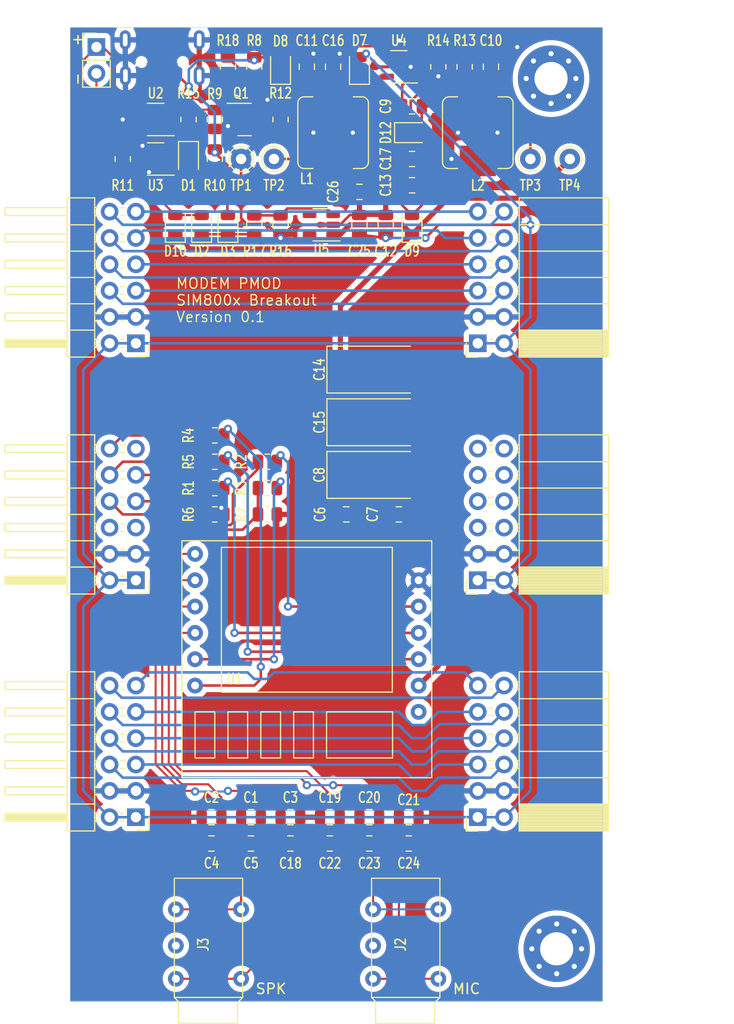
<source format=kicad_pcb>
(kicad_pcb (version 20221018) (generator pcbnew)
  (layers (0 "F.Cu" signal) (31 "B.Cu" signal) (34 "B.Paste" user) (35 "F.Paste" user) (36 "B.SilkS" user "B.Silkscreen") (37 "F.SilkS" user "F.Silkscreen") (38 "B.Mask" user) (39 "F.Mask" user) (44 "Edge.Cuts" user))
  (net 0 "")
  (net 1 "GND")
  (net 2 "PMOD_UART_GPIO4")
  (net 3 "SPK+")
  (net 4 "SPK-")
  (net 5 "MIC+")
  (net 6 "MIC-")
  (net 8 "Net-(U4-SW)")
  (net 9 "VCC")
  (net 10 "PMOD_I2C_SDA")
  (net 11 "PMOD_I2C_GPIO4")
  (net 12 "PMOD_I2C_SCL")
  (net 13 "PMOD_I2C_GPIO3")
  (net 14 "PMOD_I2C_RESET")
  (net 15 "PMOD_I2C_GPIO2")
  (net 16 "PMOD_I2C_INT")
  (net 17 "PMOD_I2C_GPIO1")
  (net 18 "PMOD_SPI_SCK")
  (net 19 "PMOD_SPI_GPIO4_CS3")
  (net 20 "PMOD_SPI_MISO")
  (net 21 "PMOD_SPI_GPIO3_CS2")
  (net 22 "PMOD_SPI_MOSI")
  (net 23 "PMOD_SPI_GPIO2_RESET")
  (net 24 "PMOD_SPI_CS")
  (net 25 "PMOD_SPI_GPIO1_INT")
  (net 26 "PMOD_UART_RTS")
  (net 27 "PMOD_UART_CTS")
  (net 29 "MOD_ANT")
  (net 30 "MCU_RXD")
  (net 31 "MCU_DTR")
  (net 32 "MCU_TXD")
  (net 33 "MCU_nRST")
  (net 34 "MCU_RING")
  (net 35 "MOD_RXD")
  (net 36 "MOD_TXD")
  (net 37 "MOD_DTR")
  (net 38 "MOD_RING")
  (net 39 "MOD_nRST")
  (net 48 "VMODEM")
  (net 49 "Net-(D12-A)")
  (net 50 "Net-(U4-FB)")
  (net 51 "DCDC_OUT")
  (net 52 "DCDC_IN")
  (net 53 "BAT+")
  (net 57 "Net-(Q1-D)")
  (net 58 "VBUS")
  (net 59 "Net-(D1-K)")
  (net 60 "Net-(D1-A)")
  (net 61 "BAT-")
  (net 62 "Net-(U2-PROG)")
  (net 63 "Net-(U3-VDD)")
  (net 64 "ENABLE_LDO")
  (net 65 "Net-(U5-EN)")
  (net 67 "Net-(U4-EN)")
  (footprint "Connector_PinSocket_2.54mm:PinSocket_2x06_P2.54mm_Horizontal" (layer "F.Cu") (at 111.76 68.58 180)
    (fp_text reference "PMOD4" hide)
    (fp_text value "Conn_02x06_Odd_Even")
  )
  (footprint "Package_TO_SOT_SMD:TSOT-23-5" (layer "F.Cu") (at 80.645 46.99 180)
    (fp_text reference "U2")
    (fp_text value "LTC4054ES5-4.2")
  )
  (footprint "Connector_PinHeader_2.54mm:PinHeader_2x06_P2.54mm_Horizontal" (layer "F.Cu") (at 78.74 114.3 180)
    (fp_text reference "PMOD3" hide)
    (fp_text value "Conn_02x06_Odd_Even")
  )
  (footprint "Inductor_SMD:L_Bourns_SRP7028A_7.3x6.6mm" (layer "F.Cu") (at 111.76 48.26 -90)
    (fp_text reference "L2")
    (fp_text value "6u8")
  )
  (footprint "Resistor_SMD:R_0805_2012Metric" (layer "F.Cu") (at 90.17 41.91 -90)
    (fp_text reference "R8")
    (fp_text value "10K")
  )
  (footprint "Connector_PinHeader_2.54mm:PinHeader_2x06_P2.54mm_Horizontal" (layer "F.Cu") (at 78.74 91.44 180)
    (fp_text reference "PMOD2" hide)
    (fp_text value "Conn_02x06_Odd_Even")
  )
  (footprint "Connector_PinHeader_2.54mm:PinHeader_2x06_P2.54mm_Horizontal" (layer "F.Cu") (at 78.74 68.58 180)
    (fp_text reference "PMOD1" hide)
    (fp_text value "Conn_02x06_Odd_Even")
  )
  (footprint "Capacitor_SMD:C_0805_2012Metric" (layer "F.Cu") (at 105.41 45.72)
    (fp_text reference "C9")
    (fp_text value "2u2")
  )
  (footprint "TestPoint:TestPoint_THTPad_D2.0mm_Drill1.0mm" (layer "F.Cu") (at 116.84 50.8)
    (fp_text reference "TP3")
    (fp_text value "TestPoint")
  )
  (footprint "Diode_SMD:D_0805_2012Metric" (layer "F.Cu") (at 82.55 57.15 90)
    (fp_text reference "D10")
    (fp_text value "D_Schottky")
  )
  (footprint "Capacitor_SMD:C_0805_2012Metric" (layer "F.Cu") (at 86.045 116.84)
    (fp_text reference "C4")
    (fp_text value "33 pF")
  )
  (footprint "Package_TO_SOT_SMD:SOT-23-3" (layer "F.Cu") (at 80.645 50.8 180)
    (fp_text reference "U3")
    (fp_text value "XB330xS")
  )
  (footprint "Capacitor_SMD:C_0805_2012Metric" (layer "F.Cu") (at 102.87 57.15 -90)
    (fp_text reference "C12")
    (fp_text value "10u")
  )
  (footprint "Resistor_SMD:R_0805_2012Metric" (layer "F.Cu") (at 110.49 41.91 90)
    (fp_text reference "R13")
    (fp_text value "56K")
  )
  (footprint "Capacitor_Tantalum_SMD:CP_EIA-7343-43_Kemet-X" (layer "F.Cu") (at 101.6 76.2)
    (fp_text reference "C15")
    (fp_text value "470 uF")
  )
  (footprint "Capacitor_SMD:C_0805_2012Metric" (layer "F.Cu") (at 93.665 114.3)
    (fp_text reference "C3")
    (fp_text value "10 pF")
  )
  (footprint "Capacitor_SMD:C_0805_2012Metric" (layer "F.Cu") (at 105.095 114.3)
    (fp_text reference "C21")
    (fp_text value "10 pF")
  )
  (footprint "MountingHole:MountingHole_3.2mm_M3_Pad_Via" (layer "F.Cu") (at 119.38 127 -90)
    (fp_text reference "H2" hide)
    (fp_text value "~")
  )
  (footprint "Inductor_SMD:L_Bourns_SRP7028A_7.3x6.6mm" (layer "F.Cu") (at 97.79 48.26 90)
    (fp_text reference "L1")
    (fp_text value "6u8")
  )
  (footprint "Diode_SMD:D_0805_2012Metric" (layer "F.Cu") (at 100.33 41.91 90)
    (fp_text reference "D7")
    (fp_text value "D_Schottky")
  )
  (footprint "Capacitor_Tantalum_SMD:CP_EIA-7343-43_Kemet-X" (layer "F.Cu") (at 101.6 71.12)
    (fp_text reference "C14")
    (fp_text value "470 uF")
  )
  (footprint "Capacitor_SMD:C_0805_2012Metric" (layer "F.Cu") (at 100.33 53.975 180)
    (fp_text reference "C26")
    (fp_text value "1u")
  )
  (footprint "Diode_SMD:D_0805_2012Metric" (layer "F.Cu") (at 87.63 57.15 90)
    (fp_text reference "D3")
    (fp_text value "D_Schottky")
  )
  (footprint "AvS_Connector:USB_Micro-B_XKB_U254-05XX-4BH806" (layer "F.Cu") (at 81.28 41.91 180)
    (fp_text reference "J5" hide)
    (fp_text value "USB_B_Micro")
  )
  (footprint "Capacitor_SMD:C_0805_2012Metric" (layer "F.Cu") (at 89.855 114.3)
    (fp_text reference "C1")
    (fp_text value "10 pF")
  )
  (footprint "Package_TO_SOT_SMD:SOT-23-5" (layer "F.Cu") (at 96.6525 57.15 180)
    (fp_text reference "U5")
    (fp_text value "LP5907MFX-3.3")
  )
  (footprint "Capacitor_SMD:C_0805_2012Metric" (layer "F.Cu") (at 113.03 41.91 -90)
    (fp_text reference "C10")
    (fp_text value "2n2")
  )
  (footprint "Capacitor_SMD:C_0805_2012Metric" (layer "F.Cu") (at 86.045 114.3)
    (fp_text reference "C2")
    (fp_text value "10 pF")
  )
  (footprint "Resistor_SMD:R_0805_2012Metric" (layer "F.Cu") (at 91.44 82.55 180)
    (fp_text reference "R3")
    (fp_text value "1K")
  )
  (footprint "Package_TO_SOT_SMD:SOT-23-5" (layer "F.Cu") (at 104.14 41.91 180)
    (fp_text reference "U4")
    (fp_text value "LMR62421XMF")
  )
  (footprint "Resistor_SMD:R_0805_2012Metric" (layer "F.Cu") (at 91.44 80.01 180)
    (fp_text reference "R2")
    (fp_text value "1K")
  )
  (footprint "Capacitor_SMD:C_0805_2012Metric" (layer "F.Cu") (at 105.095 116.84)
    (fp_text reference "C24")
    (fp_text value "33 pF")
  )
  (footprint "Resistor_SMD:R_0805_2012Metric" (layer "F.Cu") (at 86.36 46.99 -90)
    (fp_text reference "R9")
    (fp_text value "100K")
  )
  (footprint "Capacitor_SMD:C_0805_2012Metric" (layer "F.Cu") (at 100.33 57.15 -90)
    (fp_text reference "C25")
    (fp_text value "1u")
  )
  (footprint "Resistor_SMD:R_0805_2012Metric" (layer "F.Cu") (at 86.36 77.47 180)
    (fp_text reference "R4")
    (fp_text value "1K")
  )
  (footprint "Diode_SMD:D_0805_2012Metric" (layer "F.Cu") (at 85.09 57.15 90)
    (fp_text reference "D2")
    (fp_text value "D_Schottky")
  )
  (footprint "Resistor_SMD:R_0805_2012Metric" (layer "F.Cu") (at 87.63 41.91 90)
    (fp_text reference "R18")
    (fp_text value "100K")
  )
  (footprint "MountingHole:MountingHole_3.2mm_M3_Pad_Via" (layer "F.Cu") (at 118.835 43.04 -90)
    (fp_text reference "H1" hide)
    (fp_text value "~")
  )
  (footprint "Capacitor_SMD:C_0805_2012Metric" (layer "F.Cu") (at 95.25 41.91 -90)
    (fp_text reference "C11")
    (fp_text value "1u")
  )
  (footprint "Capacitor_SMD:C_0805_2012Metric" (layer "F.Cu") (at 89.855 116.84)
    (fp_text reference "C5")
    (fp_text value "33 pF")
  )
  (footprint "Resistor_SMD:R_0805_2012Metric" (layer "F.Cu") (at 86.36 85.09 180)
    (fp_text reference "R6")
    (fp_text value "5K6")
  )
  (footprint "Diode_SMD:D_0805_2012Metric" (layer "F.Cu") (at 105.41 57.15 90)
    (fp_text reference "D9")
    (fp_text value "D_Schottky")
  )
  (footprint "Capacitor_SMD:C_0805_2012Metric" (layer "F.Cu") (at 97.475 116.84)
    (fp_text reference "C22")
    (fp_text value "33 pF")
  )
  (footprint "Resistor_SMD:R_0805_2012Metric" (layer "F.Cu") (at 86.36 50.8 -90)
    (fp_text reference "R10")
    (fp_text value "1K")
  )
  (footprint "Resistor_SMD:R_0805_2012Metric" (layer "F.Cu") (at 86.36 82.55 180)
    (fp_text reference "R1")
    (fp_text value "1K")
  )
  (footprint "Connector_PinSocket_2.54mm:PinSocket_2x06_P2.54mm_Horizontal" (layer "F.Cu") (at 111.76 114.3 180)
    (fp_text reference "PMOD5" hide)
    (fp_text value "Conn_02x06_Odd_Even")
  )
  (footprint "Capacitor_SMD:C_0805_2012Metric" (layer "F.Cu") (at 99.06 85.09 180)
    (fp_text reference "C6")
    (fp_text value "100 nF")
  )
  (footprint "TestPoint:TestPoint_THTPad_D2.0mm_Drill1.0mm" (layer "F.Cu") (at 88.9 50.8)
    (fp_text reference "TP1")
    (fp_text value "TestPoint")
  )
  (footprint "Resistor_SMD:R_0805_2012Metric" (layer "F.Cu") (at 92.71 46.99 -90)
    (fp_text reference "R12")
    (fp_text value "100K" hide)
  )
  (footprint "Diode_SMD:D_0805_2012Metric" (layer "F.Cu") (at 105.41 48.26)
    (fp_text reference "D12")
    (fp_text value "D_Schottky")
  )
  (footprint "Package_TO_SOT_SMD:SOT-23" (layer "F.Cu") (at 89.2325 46.99)
    (fp_text reference "Q1")
    (fp_text value "2N7002")
  )
  (footprint "TestPoint:TestPoint_THTPad_D2.0mm_Drill1.0mm" (layer "F.Cu") (at 120.65 50.8)
    (fp_text reference "TP4")
    (fp_text value "TestPoint")
  )
  (footprint "AvS_Connector:Jack_3.5mm_Stereo" (layer "F.Cu") (at 104.8 126.59 90)
    (fp_text reference "J2")
    (fp_text value "AudioJack3")
  )
  (footprint "Capacitor_SMD:C_0805_2012Metric" (layer "F.Cu") (at 104.14 85.09)
    (fp_text reference "C7")
    (fp_text value "1 uF")
  )
  (footprint "Resistor_SMD:R_0805_2012Metric" (layer "F.Cu") (at 77.47 50.8 -90)
    (fp_text reference "R11")
    (fp_text value "2K2")
  )
  (footprint "Connector_PinHeader_2.54mm:PinHeader_1x02_P2.54mm_Vertical" (layer "F.Cu") (at 74.93 40)
    (fp_text reference "J1" hide)
    (fp_text value "Conn_01x02")
  )
  (footprint "TestPoint:TestPoint_THTPad_D2.0mm_Drill1.0mm" (layer "F.Cu") (at 92.075 50.8)
    (fp_text reference "TP2")
    (fp_text value "TestPoint")
  )
  (footprint "LED_SMD:LED_0805_2012Metric" (layer "F.Cu") (at 83.82 50.8 -90)
    (fp_text reference "D1")
    (fp_text value "LED")
  )
  (footprint "Diode_SMD:D_0805_2012Metric" (layer "F.Cu") (at 92.71 41.91 90)
    (fp_text reference "D8")
    (fp_text value "D_Schottky")
  )
  (footprint "Capacitor_SMD:C_0805_2012Metric" (layer "F.Cu") (at 97.79 41.91 -90)
    (fp_text reference "C16")
    (fp_text value "10u")
  )
  (footprint "Capacitor_SMD:C_0805_2012Metric" (layer "F.Cu") (at 105.41 53.34)
    (fp_text reference "C13")
    (fp_text value "1u")
  )
  (footprint "Resistor_SMD:R_0805_2012Metric" (layer "F.Cu") (at 92.71 57.15 -90)
    (fp_text reference "R16")
    (fp_text value "100K")
  )
  (footprint "AvS_Modules:SIM800L_Breakout" (layer "F.Cu") (at 95.885 97.79 180)
    (fp_text reference "U1")
    (fp_text value "~")
  )
  (footprint "Resistor_SMD:R_0805_2012Metric" (layer "F.Cu") (at 91.44 85.09 180)
    (fp_text reference "R7")
    (fp_text value "5K6")
  )
  (footprint "Capacitor_SMD:C_0805_2012Metric" (layer "F.Cu") (at 101.285 114.3)
    (fp_text reference "C20")
    (fp_text value "10 pF")
  )
  (footprint "AvS_Connector:Jack_3.5mm_Stereo" (layer "F.Cu") (at 85.75 126.59 90)
    (fp_text reference "J3")
    (fp_text value "AudioJack3")
  )
  (footprint "Resistor_SMD:R_0805_2012Metric" (layer "F.Cu") (at 86.36 80.01 180)
    (fp_text reference "R5")
    (fp_text value "1K")
  )
  (footprint "Capacitor_SMD:C_0805_2012Metric" (layer "F.Cu") (at 105.41 50.8)
    (fp_text reference "C17")
    (fp_text value "10u")
  )
  (footprint "Capacitor_SMD:C_0805_2012Metric" (layer "F.Cu") (at 93.665 116.84)
    (fp_text reference "C18")
    (fp_text value "33 pF")
  )
  (footprint "Resistor_SMD:R_0805_2012Metric" (layer "F.Cu") (at 107.95 41.91 -90)
    (fp_text reference "R14")
    (fp_text value "22K")
  )
  (footprint "Capacitor_Tantalum_SMD:CP_EIA-7343-43_Kemet-X" (layer "F.Cu") (at 101.6 81.28)
    (fp_text reference "C8")
    (fp_text value "470 uF")
  )
  (footprint "Connector_PinSocket_2.54mm:PinSocket_2x06_P2.54mm_Horizontal" (layer "F.Cu") (at 111.76 91.44 180)
    (fp_text reference "PMOD6" hide)
    (fp_text value "Conn_02x06_Odd_Even")
  )
  (footprint "Resistor_SMD:R_0805_2012Metric" (layer "F.Cu") (at 90.17 57.15 90)
    (fp_text reference "R17")
    (fp_text value "10K")
  )
  (footprint "Capacitor_SMD:C_0805_2012Metric" (layer "F.Cu") (at 97.475 114.3)
    (fp_text reference "C19")
    (fp_text value "10 pF")
  )
  (footprint "Capacitor_SMD:C_0805_2012Metric" (layer "F.Cu") (at 101.285 116.84)
    (fp_text reference "C23")
    (fp_text value "33 pF")
  )
  (footprint "Resistor_SMD:R_0805_2012Metric" (layer "F.Cu") (at 83.82 46.99 -90)
    (fp_text reference "R15")
    (fp_text value "100R")
  )
  (gr_rect (start 72.39 38.1) (end 123.825 132.08) (stroke (width 0.05)) (fill none) (layer "Edge.Cuts"))
  (gr_text "-" (at 73.66 43.815 90) (layer "F.SilkS") (effects (font (size 1 1)) (justify left bottom)))
  (gr_text "MODEM PMOD \nSIM800x Breakout\nVersion 0.1" (at 82.55 62.23) (layer "F.SilkS") (effects (font (size 1 1) (thickness 0.125)) (justify left top)))
  (gr_text "SPK" (at 90.22 131.445) (layer "F.SilkS") (effects (font (size 1 1)) (justify left bottom)))
  (gr_text "MIC" (at 109.27 131.445) (layer "F.SilkS") (effects (font (size 1 1)) (justify left bottom)))
  (gr_text "+" (at 73.66 40.005 90) (layer "F.SilkS") (effects (font (size 1 1)) (justify left bottom)))
  (segment (start 107.95 42.8225) (end 108.7875 41.985) (width 0.25) (layer "F.Cu") (net 1))
  (segment (start 97.79 57.15) (end 93.9795 57.15) (width 0.25) (layer "F.Cu") (net 1))
  (segment (start 98.452499 57.15) (end 99.402499 56.2) (width 0.25) (layer "F.Cu") (net 1))
  (segment (start 81.7825 46.99) (end 81.120001 46.99) (width 0.25) (layer "F.Cu") (net 1))
  (segment (start 89.46 57.075) (end 88.9 56.515) (width 0.25) (layer "F.Cu") (net 1))
  (segment (start 95.25 40.96) (end 97.79 40.96) (width 0.25) (layer "F.Cu") (net 1))
  (segment (start 105.2775 41.91) (end 104.615001 41.91) (width 0.25) (layer "F.Cu") (net 1))
  (segment (start 107.0375 41.91) (end 107.95 42.8225) (width 0.25) (layer "F.Cu") (net 1))
  (segment (start 92.71 58.4195) (end 91.3655 57.075) (width 0.25) (layer "F.Cu") (net 1))
  (segment (start 93.9795 57.15) (end 92.71 58.4195) (width 0.25) (layer "F.Cu") (net 1))
  (segment (start 98.74 41.91) (end 105.2775 41.91) (width 0.25) (layer "F.Cu") (net 1))
  (segment (start 105.2775 41.91) (end 107.0375 41.91) (width 0.25) (layer "F.Cu") (net 1))
  (segment (start 98.4875 84.7125) (end 98.11 85.09) (width 0.5) (layer "F.Cu") (net 1))
  (segment (start 80.495 47.615001) (end 80.495 48.41) (width 0.25) (layer "F.Cu") (net 1))
  (segment (start 80.495 48.41) (end 79.375 49.53) (width 0.25) (layer "F.Cu") (net 1))
  (segment (start 80.33 51.75) (end 80.01 52.07) (width 0.25) (layer "F.Cu") (net 1))
  (segment (start 104.615001 41.91) (end 104.14 41.434999) (width 0.25) (layer "F.Cu") (net 1))
  (segment (start 91.3655 57.075) (end 89.46 57.075) (width 0.25) (layer "F.Cu") (net 1))
  (segment (start 87.63 47.625) (end 87.315 47.94) (width 0.25) (layer "F.Cu") (net 1))
  (segment (start 100.33 56.2) (end 102.87 56.2) (width 0.25) (layer "F.Cu") (net 1))
  (segment (start 104.14 41.434999) (end 104.14 39.37) (width 0.25) (layer "F.Cu") (net 1))
  (segment (start 88.295 47.94) (end 87.945 47.94) (width 0.25) (layer "F.Cu") (net 1))
  (segment (start 87.315 47.94) (end 86.3975 47.94) (width 0.25) (layer "F.Cu") (net 1))
  (segment (start 97.79 40.96) (end 98.74 41.91) (width 0.25) (layer "F.Cu") (net 1))
  (segment (start 81.120001 46.99) (end 80.495 47.615001) (width 0.25) (layer "F.Cu") (net 1))
  (segment (start 108.7875 41.985) (end 113.59 41.985) (width 0.25) (layer "F.Cu") (net 1))
  (segment (start 86.3975 47.94) (end 86.36 47.9025) (width 0.25) (layer "F.Cu") (net 1))
  (segment (start 97.79 57.15) (end 98.452499 57.15) (width 0.25) (layer "F.Cu") (net 1))
  (segment (start 99.402499 56.2) (end 100.33 56.2) (width 0.25) (layer "F.Cu") (net 1))
  (segment (start 113.59 41.985) (end 115.57 40.005) (width 0.25) (layer "F.Cu") (net 1))
  (segment (start 88.9 56.515) (end 88.9 50.8) (width 0.25) (layer "F.Cu") (net 1))
  (segment (start 81.7825 51.75) (end 80.33 51.75) (width 0.25) (layer "F.Cu") (net 1))
  (segment (start 87.945 47.94) (end 87.63 47.625) (width 0.25) (layer "F.Cu") (net 1))
  (via (at 87.63 47.625) (size 0.8) (drill 0.4) (layers "F.Cu" "B.Cu") (net 1))
  (via (at 86.995 84.455) (size 0.8) (drill 0.4) (layers "F.Cu" "B.Cu") (net 1))
  (via (at 113.665 48.26) (size 0.8) (drill 0.4) (layers "F.Cu" "B.Cu") (net 1))
  (via (at 99.695 48.26) (size 0.8) (drill 0.4) (layers "F.Cu" "B.Cu") (net 1))
  (via (at 80.01 52.07) (size 0.8) (drill 0.4) (layers "F.Cu" "B.Cu") (net 1))
  (via (at 109.855 48.26) (size 0.8) (drill 0.4) (layers "F.Cu" "B.Cu") (net 1))
  (via (at 95.885 40.64) (size 0.8) (drill 0.4) (layers "F.Cu" "B.Cu") (net 1))
  (via (at 95.885 48.26) (size 0.8) (drill 0.4) (layers "F.Cu" "B.Cu") (net 1))
  (via (at 91.44 45.085) (size 0.8) (drill 0.4) (layers "F.Cu" "B.Cu") (net 1))
  (via (at 115.57 40.005) (size 0.8) (drill 0.4) (layers "F.Cu" "B.Cu") (net 1))
  (via (at 104.14 39.37) (size 0.8) (drill 0.4) (layers "F.Cu" "B.Cu") (net 1))
  (via (at 109.22 50.8) (size 0.8) (drill 0.4) (layers "F.Cu" "B.Cu") (net 1))
  (via (at 107.95 42.8225) (size 0.8) (drill 0.4) (layers "F.Cu" "B.Cu") (net 1))
  (via (at 79.375 49.53) (size 0.8) (drill 0.4) (layers "F.Cu" "B.Cu") (net 1))
  (via (at 98.425 40.64) (size 0.8) (drill 0.4) (layers "F.Cu" "B.Cu") (net 1))
  (via (at 105.2775 41.91) (size 0.8) (drill 0.4) (layers "F.Cu" "B.Cu") (net 1))
  (via (at 92.71 58.4195) (size 0.8) (drill 0.4) (layers "F.Cu" "B.Cu") (net 1))
  (via (at 77.47 46.99) (size 0.8) (drill 0.4) (layers "F.Cu" "B.Cu") (net 1))
  (segment (start 114.3 66.04) (end 76.2 66.04) (width 0.25) (layer "B.Cu") (net 1))
  (segment (start 84.455 91.44) (end 83.185 91.44) (width 0.2) (layer "F.Cu") (net 3))
  (segment (start 81.28 93.345) (end 81.28 109.22) (width 0.2) (layer "F.Cu") (net 3))
  (segment (start 86.995 114.3) (end 88.905 114.3) (width 0.2) (layer "F.Cu") (net 3))
  (segment (start 88.9 123.19) (end 88.9 116.845) (width 0.2) (layer "F.Cu") (net 3))
  (segment (start 82.6 123.19) (end 88.9 123.19) (width 0.2) (layer "F.Cu") (net 3))
  (segment (start 86.995 114.3) (end 86.995 116.84) (width 0.2) (layer "F.Cu") (net 3))
  (segment (start 83.185 111.125) (end 85.725 111.125) (width 0.2) (layer "F.Cu") (net 3))
  (segment (start 88.905 116.84) (end 88.905 114.3) (width 0.2) (layer "F.Cu") (net 3))
  (segment (start 86.995 112.395) (end 86.995 114.3) (width 0.2) (layer "F.Cu") (net 3))
  (segment (start 85.725 111.125) (end 86.995 112.395) (width 0.2) (layer "F.Cu") (net 3))
  (segment (start 86.995 116.84) (end 88.905 116.84) (width 0.2) (layer "F.Cu") (net 3))
  (segment (start 81.28 109.22) (end 83.185 111.125) (width 0.2) (layer "F.Cu") (net 3))
  (segment (start 83.185 91.44) (end 81.28 93.345) (width 0.2) (layer "F.Cu") (net 3))
  (segment (start 88.9 116.845) (end 88.905 116.84) (width 0.2) (layer "F.Cu") (net 3))
  (segment (start 80.645 109.22) (end 83.185 111.76) (width 0.2) (layer "F.Cu") (net 4))
  (segment (start 92.715 114.3) (end 90.805 114.3) (width 0.2) (layer "F.Cu") (net 4))
  (segment (start 90.805 113.03) (end 90.805 114.3) (width 0.2) (layer "F.Cu") (net 4))
  (segment (start 92.715 116.84) (end 92.715 114.3) (width 0.2) (layer "F.Cu") (net 4))
  (segment (start 89.535 111.76) (end 90.805 113.03) (width 0.2) (layer "F.Cu") (net 4))
  (segment (start 87.63 111.76) (end 89.535 111.76) (width 0.2) (layer "F.Cu") (net 4))
  (segment (start 84.3905 111.76) (end 84.455 111.8245) (width 0.2) (layer "F.Cu") (net 4))
  (segment (start 82.6 129.89) (end 88.9 129.89) (width 0.2) (layer "F.Cu") (net 4))
  (segment (start 90.805 127.985) (end 90.805 116.84) (width 0.2) (layer "F.Cu") (net 4))
  (segment (start 90.805 116.84) (end 92.715 116.84) (width 0.2) (layer "F.Cu") (net 4))
  (segment (start 88.9 129.89) (end 90.805 127.985) (width 0.2) (layer "F.Cu") (net 4))
  (segment (start 83.185 88.9) (end 80.645 91.44) (width 0.2) (layer "F.Cu") (net 4))
  (segment (start 83.185 111.76) (end 84.3905 111.76) (width 0.2) (layer "F.Cu") (net 4))
  (segment (start 84.455 88.9) (end 83.185 88.9) (width 0.2) (layer "F.Cu") (net 4))
  (segment (start 80.645 91.44) (end 80.645 109.22) (width 0.2) (layer "F.Cu") (net 4))
  (segment (start 90.805 114.3) (end 90.805 116.84) (width 0.2) (layer "F.Cu") (net 4))
  (via (at 84.455 111.8245) (size 0.8) (drill 0.4) (layers "F.Cu" "B.Cu") (net 4))
  (via (at 87.63 111.76) (size 0.8) (drill 0.4) (layers "F.Cu" "B.Cu") (net 4))
  (segment (start 87.5655 111.8245) (end 87.63 111.76) (width 0.2) (layer "B.Cu") (net 4))
  (segment (start 84.455 111.8245) (end 87.5655 111.8245) (width 0.2) (layer "B.Cu") (net 4))
  (segment (start 98.425 114.3) (end 98.425 113.03) (width 0.2) (layer "F.Cu") (net 5))
  (segment (start 98.425 114.3) (end 100.335 114.3) (width 0.2) (layer "F.Cu") (net 5))
  (segment (start 101.65 123.19) (end 101.65 118.155) (width 0.2) (layer "F.Cu") (net 5))
  (segment (start 98.425 114.3) (end 98.425 116.84) (width 0.2) (layer "F.Cu") (net 5))
  (segment (start 83.185 96.52) (end 82.55 97.155) (width 0.2) (layer "F.Cu") (net 5))
  (segment (start 95.25 109.855) (end 83.185 109.855) (width 0.2) (layer "F.Cu") (net 5))
  (segment (start 82.55 109.22) (end 83.185 109.855) (width 0.2) (layer "F.Cu") (net 5))
  (segment (start 101.65 118.155) (end 100.335 116.84) (width 0.2) (layer "F.Cu") (net 5))
  (segment (start 82.55 97.155) (end 82.55 109.22) (width 0.2) (layer "F.Cu") (net 5))
  (segment (start 98.425 116.84) (end 100.335 116.84) (width 0.2) (layer "F.Cu") (net 5))
  (segment (start 100.335 116.84) (end 100.335 114.3) (width 0.2) (layer "F.Cu") (net 5))
  (segment (start 98.425 113.03) (end 95.25 109.855) (width 0.2) (layer "F.Cu") (net 5))
  (segment (start 84.455 96.52) (end 83.185 96.52) (width 0.2) (layer "F.Cu") (net 5))
  (segment (start 101.65 123.19) (end 107.95 123.19) (width 0.2) (layer "B.Cu") (net 5))
  (segment (start 104.14 129.54) (end 104.14 124.46) (width 0.2) (layer "F.Cu") (net 6))
  (segment (start 104.14 124.46) (end 104.145 124.455) (width 0.2) (layer "F.Cu") (net 6))
  (segment (start 95.25 111.125) (end 95.25 111.2145) (width 0.2) (layer "F.Cu") (net 6))
  (segment (start 81.915 95.25) (end 81.915 99.06) (width 0.2) (layer "F.Cu") (net 6))
  (segment (start 103.79 129.89) (end 104.14 129.54) (width 0.2) (layer "F.Cu") (net 6))
  (segment (start 102.235 116.84) (end 104.145 116.84) (width 0.2) (layer "F.Cu") (net 6))
  (segment (start 94.615 110.49) (end 95.25 111.125) (width 0.2) (layer "F.Cu") (net 6))
  (segment (start 97.79 111.2145) (end 100.4195 111.2145) (width 0.2) (layer "F.Cu") (net 6))
  (segment (start 102.235 113.03) (end 102.235 114.3) (width 0.2) (layer "F.Cu") (net 6))
  (segment (start 104.145 116.84) (end 104.145 114.3) (width 0.2) (layer "F.Cu") (net 6))
  (segment (start 101.65 129.89) (end 103.79 129.89) (width 0.2) (layer "F.Cu") (net 6))
  (segment (start 104.145 114.3) (end 102.235 114.3) (width 0.2) (layer "F.Cu") (net 6))
  (segment (start 100.4195 111.2145) (end 102.235 113.03) (width 0.2) (layer "F.Cu") (net 6))
  (segment (start 81.915 109.22) (end 83.185 110.49) (width 0.2) (layer "F.Cu") (net 6))
  (segment (start 83.185 110.49) (end 94.615 110.49) (width 0.2) (layer "F.Cu") (net 6))
  (segment (start 107.95 129.89) (end 101.65 129.89) (width 0.2) (layer "F.Cu") (net 6))
  (segment (start 81.915 99.06) (end 81.915 109.22) (width 0.2) (layer "F.Cu") (net 6))
  (segment (start 102.235 114.3) (end 102.235 116.84) (width 0.2) (layer "F.Cu") (net 6))
  (segment (start 84.455 93.98) (end 83.185 93.98) (width 0.2) (layer "F.Cu") (net 6))
  (segment (start 104.145 124.455) (end 104.145 116.84) (width 0.2) (layer "F.Cu") (net 6))
  (segment (start 83.185 93.98) (end 81.915 95.25) (width 0.2) (layer "F.Cu") (net 6))
  (via (at 97.79 111.2145) (size 0.8) (drill 0.4) (layers "F.Cu" "B.Cu") (net 6))
  (via (at 95.25 111.2145) (size 0.8) (drill 0.4) (layers "F.Cu" "B.Cu") (net 6))
  (segment (start 95.25 111.2145) (end 97.79 111.2145) (width 0.2) (layer "B.Cu") (net 6))
  (segment (start 104.46 45.72) (end 97.975 45.72) (width 0.25) (layer "F.Cu") (net 8))
  (segment (start 97.975 45.72) (end 97.79 45.535) (width 0.25) (layer "F.Cu") (net 8))
  (segment (start 96.52 45.535) (end 96.52 44.13) (width 0.25) (layer "F.Cu") (net 8))
  (segment (start 104.46 45.72) (end 104.46 43.6775) (width 0.25) (layer "F.Cu") (net 8))
  (segment (start 104.46 43.6775) (end 105.2775 42.86) (width 0.25) (layer "F.Cu") (net 8))
  (segment (start 102.87 58.42) (end 102.87 58.1) (width 0.25) (layer "F.Cu") (net 9))
  (segment (start 100.3175 58.1) (end 100.33 58.0875) (width 0.5) (layer "F.Cu") (net 9))
  (segment (start 100.33 58.1) (end 102.87 58.42) (width 0.25) (layer "F.Cu") (net 9))
  (segment (start 99.53 58.9) (end 100.33 58.1) (width 0.25) (layer "F.Cu") (net 9))
  (segment (start 107.978586 57.15) (end 116.84 57.15) (width 0.25) (layer "F.Cu") (net 9))
  (segment (start 96.315 58.9) (end 99.53 58.9) (width 0.25) (layer "F.Cu") (net 9))
  (segment (start 95.515 58.1) (end 96.315 58.9) (width 0.25) (layer "F.Cu") (net 9))
  (segment (start 106.70567 58.422916) (end 107.978586 57.15) (width 0.25) (layer "F.Cu") (net 9))
  (via (at 116.84 57.15) (size 0.8) (drill 0.4) (layers "F.Cu" "B.Cu") (net 9))
  (via (at 106.70567 58.422916) (size 0.8) (drill 0.4) (layers "F.Cu" "B.Cu") (net 9))
  (via (at 102.87 58.42) (size 0.8) (drill 0.4) (layers "F.Cu" "B.Cu") (net 9))
  (via (at 100.965 40.64) (size 0.8) (drill 0.4) (layers "F.Cu" "B.Cu") (net 9))
  (segment (start 76.2 91.44) (end 78.74 91.44) (width 0.25) (layer "B.Cu") (net 9))
  (segment (start 73.66 111.76) (end 76.2 114.3) (width 0.25) (layer "B.Cu") (net 9))
  (segment (start 100.965 40.64) (end 116.84 56.515) (width 0.25) (layer "B.Cu") (net 9))
  (segment (start 114.3 91.44) (end 116.84 88.9) (width 0.25) (layer "B.Cu") (net 9))
  (segment (start 114.3 91.44) (end 111.76 91.44) (width 0.25) (layer "B.Cu") (net 9))
  (segment (start 102.87 58.42) (end 106.702754 58.42) (width 0.25) (layer "B.Cu") (net 9))
  (segment (start 116.84 111.76) (end 114.3 114.3) (width 0.25) (layer "B.Cu") (net 9))
  (segment (start 114.3 68.58) (end 76.2 68.58) (width 0.25) (layer "B.Cu") (net 9))
  (segment (start 73.66 71.12) (end 73.66 88.9) (width 0.25) (layer "B.Cu") (net 9))
  (segment (start 76.2 91.44) (end 73.66 93.98) (width 0.25) (layer "B.Cu") (net 9))
  (segment (start 116.84 59.69) (end 116.84 66.04) (width 0.25) (layer "B.Cu") (net 9))
  (segment (start 73.66 88.9) (end 76.2 91.44) (width 0.25) (layer "B.Cu") (net 9))
  (segment (start 116.84 71.12) (end 114.3 68.58) (width 0.25) (layer "B.Cu") (net 9))
  (segment (start 76.2 114.3) (end 78.74 114.3) (width 0.25) (layer "B.Cu") (net 9))
  (segment (start 116.84 88.9) (end 116.84 71.12) (width 0.25) (layer "B.Cu") (net 9))
  (segment (start 116.84 57.15) (end 116.84 59.69) (width 0.25) (layer "B.Cu") (net 9))
  (segment (start 73.66 93.98) (end 73.66 111.76) (width 0.25) (layer "B.Cu") (net 9))
  (segment (start 114.3 91.44) (end 116.84 93.98) (width 0.25) (layer "B.Cu") (net 9))
  (segment (start 106.702754 58.42) (end 106.70567 58.422916) (width 0.25) (layer "B.Cu") (net 9))
  (segment (start 111.76 114.3) (end 114.3 114.3) (width 0.25) (layer "B.Cu") (net 9))
  (segment (start 116.84 93.98) (end 116.84 111.76) (width 0.25) (layer "B.Cu") (net 9))
  (segment (start 76.2 68.58) (end 73.66 71.12) (width 0.25) (layer "B.Cu") (net 9))
  (segment (start 116.84 66.04) (end 114.3 68.58) (width 0.25) (layer "B.Cu") (net 9))
  (segment (start 111.76 114.3) (end 78.74 114.3) (width 0.25) (layer "B.Cu") (net 9))
  (segment (start 116.84 56.515) (end 116.84 57.15) (width 0.25) (layer "B.Cu") (net 9))
  (segment (start 111.76 63.5) (end 78.74 63.5) (width 0.25) (layer "B.Cu") (net 10))
  (segment (start 76.2 63.5) (end 77.47 64.77) (width 0.25) (layer "B.Cu") (net 11))
  (segment (start 113.03 64.77) (end 114.3 63.5) (width 0.25) (layer "B.Cu") (net 11))
  (segment (start 77.47 64.77) (end 113.03 64.77) (width 0.25) (layer "B.Cu") (net 11))
  (segment (start 78.74 60.96) (end 111.76 60.96) (width 0.25) (layer "B.Cu") (net 12))
  (segment (start 77.47 62.23) (end 76.2 60.96) (width 0.25) (layer "B.Cu") (net 13))
  (segment (start 114.3 60.96) (end 113.03 62.23) (width 0.25) (layer "B.Cu") (net 13))
  (segment (start 113.03 62.23) (end 77.47 62.23) (width 0.25) (layer "B.Cu") (net 13))
  (segment (start 108.585 58.42) (end 111.76 58.42) (width 0.25) (layer "B.Cu") (net 14))
  (segment (start 78.74 58.42) (end 79.465 57.695) (width 0.25) (layer "B.Cu") (net 14))
  (segment (start 107.86 57.695) (end 108.585 58.42) (width 0.25) (layer "B.Cu") (net 14))
  (segment (start 79.465 57.695) (end 107.86 57.695) (width 0.25) (layer "B.Cu") (net 14))
  (segment (start 76.2 58.42) (end 77.47 59.69) (width 0.25) (layer "B.Cu") (net 15))
  (segment (start 77.47 59.69) (end 113.03 59.69) (width 0.25) (layer "B.Cu") (net 15))
  (segment (start 113.03 59.69) (end 114.3 58.42) (width 0.25) (layer "B.Cu") (net 15))
  (segment (start 78.74 55.88) (end 111.76 55.88) (width 0.25) (layer "B.Cu") (net 16))
  (segment (start 113.03 57.15) (end 114.3 55.88) (width 0.25) (layer "B.Cu") (net 17))
  (segment (start 76.2 55.88) (end 77.47 57.15) (width 0.25) (layer "B.Cu") (net 17))
  (segment (start 77.47 57.15) (end 113.03 57.15) (width 0.25) (layer "B.Cu") (net 17))
  (segment (start 104.14 109.22) (end 105.41 110.49) (width 0.25) (layer "B.Cu") (net 18))
  (segment (start 106.68 110.49) (end 107.95 109.22) (width 0.25) (layer "B.Cu") (net 18))
  (segment (start 107.95 109.22) (end 111.76 109.22) (width 0.25) (layer "B.Cu") (net 18))
  (segment (start 105.41 110.49) (end 106.68 110.49) (width 0.25) (layer "B.Cu") (net 18))
  (segment (start 78.74 109.22) (end 104.14 109.22) (width 0.25) (layer "B.Cu") (net 18))
  (segment (start 77.47 110.49) (end 76.2 109.22) (width 0.25) (layer "B.Cu") (net 19))
  (segment (start 113.03 110.49) (end 107.95 110.49) (width 0.25) (layer "B.Cu") (net 19))
  (segment (start 106.68 111.76) (end 105.41 111.76) (width 0.25) (layer "B.Cu") (net 19))
  (segment (start 114.3 109.22) (end 113.03 110.49) (width 0.25) (layer "B.Cu") (net 19))
  (segment (start 104.14 110.49) (end 77.47 110.49) (width 0.25) (layer "B.Cu") (net 19))
  (segment (start 107.95 110.49) (end 106.68 111.76) (width 0.25) (layer "B.Cu") (net 19))
  (segment (start 105.41 111.76) (end 104.14 110.49) (width 0.25) (layer "B.Cu") (net 19))
  (segment (start 107.95 106.68) (end 111.76 106.68) (width 0.25) (layer "B.Cu") (net 20))
  (segment (start 78.74 106.68) (end 104.14 106.68) (width 0.25) (layer "B.Cu") (net 20))
  (segment (start 104.14 106.68) (end 105.41 107.95) (width 0.25) (layer "B.Cu") (net 20))
  (segment (start 106.68 107.95) (end 107.95 106.68) (width 0.25) (layer "B.Cu") (net 20))
  (segment (start 105.41 107.95) (end 106.68 107.95) (width 0.25) (layer "B.Cu") (net 20))
  (segment (start 77.47 107.95) (end 76.2 106.68) (width 0.25) (layer "B.Cu") (net 21))
  (segment (start 104.14 107.95) (end 77.47 107.95) (width 0.25) (layer "B.Cu") (net 21))
  (segment (start 114.3 106.68) (end 113.03 107.95) (width 0.25) (layer "B.Cu") (net 21))
  (segment (start 106.68 109.22) (end 105.41 109.22) (width 0.25) (layer "B.Cu") (net 21))
  (segment (start 105.41 109.22) (end 104.14 107.95) (width 0.25) (layer "B.Cu") (net 21))
  (segment (start 113.03 107.95) (end 107.95 107.95) (width 0.25) (layer "B.Cu") (net 21))
  (segment (start 107.95 107.95) (end 106.68 109.22) (width 0.25) (layer "B.Cu") (net 21))
  (segment (start 104.14 104.14) (end 105.41 105.41) (width 0.25) (layer "B.Cu") (net 22))
  (segment (start 105.41 105.41) (end 106.68 105.41) (width 0.25) (layer "B.Cu") (net 22))
  (segment (start 106.68 105.41) (end 107.95 104.14) (width 0.25) (layer "B.Cu") (net 22))
  (segment (start 78.74 104.14) (end 104.14 104.14) (width 0.25) (layer "B.Cu") (net 22))
  (segment (start 107.95 104.14) (end 111.76 104.14) (width 0.25) (layer "B.Cu") (net 22))
  (segment (start 108.045 105.315) (end 106.68 106.68) (width 0.25) (layer "B.Cu") (net 23))
  (segment (start 114.3 104.14) (end 113.125 105.315) (width 0.25) (layer "B.Cu") (net 23))
  (segment (start 77.47 105.41) (end 76.2 104.14) (width 0.25) (layer "B.Cu") (net 23))
  (segment (start 105.41 106.68) (end 104.14 105.41) (width 0.25) (layer "B.Cu") (net 23))
  (segment (start 113.125 105.315) (end 108.045 105.315) (width 0.25) (layer "B.Cu") (net 23))
  (segment (start 104.14 105.41) (end 77.47 105.41) (width 0.25) (layer "B.Cu") (net 23))
  (segment (start 106.68 106.68) (end 105.41 106.68) (width 0.25) (layer "B.Cu") (net 23))
  (segment (start 78.74 101.6) (end 80.01 100.33) (width 0.25) (layer "B.Cu") (net 24))
  (segment (start 89.535 100.33) (end 90.17 100.965) (width 0.25) (layer "B.Cu") (net 24))
  (segment (start 92.075 100.33) (end 110.49 100.33) (width 0.25) (layer "B.Cu") (net 24))
  (segment (start 91.44 100.965) (end 92.075 100.33) (width 0.25) (layer "B.Cu") (net 24))
  (segment (start 110.49 100.33) (end 111.76 101.6) (width 0.25) (layer "B.Cu") (net 24))
  (segment (start 90.17 100.965) (end 91.44 100.965) (width 0.25) (layer "B.Cu") (net 24))
  (segment (start 80.01 100.33) (end 89.535 100.33) (width 0.25) (layer "B.Cu") (net 24))
  (segment (start 113.125 102.775) (end 77.375 102.775) (width 0.25) (layer "B.Cu") (net 25))
  (segment (start 114.3 101.6) (end 113.125 102.775) (width 0.25) (layer "B.Cu") (net 25))
  (segment (start 77.375 102.775) (end 76.2 101.6) (width 0.25) (layer "B.Cu") (net 25))
  (segment (start 82.55 83.82) (end 78.74 83.82) (width 0.25) (layer "F.Cu") (net 30))
  (segment (start 87.875 86.115) (end 84.845 86.115) (width 0.25) (layer "F.Cu") (net 30))
  (segment (start 88.11 85.88) (end 88.11 83.1275) (width 0.25) (layer "F.Cu") (net 30))
  (segment (start 88.11 85.88) (end 87.875 86.115) (width 0.25) (layer "F.Cu") (net 30))
  (segment (start 90.5275 80.01) (end 90.5275 80.71) (width 0.25) (layer "F.Cu") (net 30))
  (segment (start 90.5275 80.71) (end 88.11 83.1275) (width 0.25) (layer "F.Cu") (net 30))
  (segment (start 84.845 86.115) (end 82.55 83.82) (width 0.25) (layer "F.Cu") (net 30))
  (segment (start 77.47 85.09) (end 83.183604 85.09) (width 0.25) (layer "F.Cu") (net 31))
  (segment (start 90.5275 85.09) (end 90.5275 82.55) (width 0.25) (layer "F.Cu") (net 31))
  (segment (start 84.658604 86.565) (end 89.0525 86.565) (width 0.25) (layer "F.Cu") (net 31))
  (segment (start 83.183604 85.09) (end 84.658604 86.565) (width 0.25) (layer "F.Cu") (net 31))
  (segment (start 76.2 83.82) (end 77.47 85.09) (width 0.25) (layer "F.Cu") (net 31))
  (segment (start 89.0525 86.565) (end 90.5275 85.09) (width 0.25) (layer "F.Cu") (net 31))
  (segment (start 78.74 81.28) (end 84.1775 81.28) (width 0.25) (layer "F.Cu") (net 32))
  (segment (start 85.4475 82.55) (end 85.4475 85.09) (width 0.25) (layer "F.Cu") (net 32))
  (segment (start 84.1775 81.28) (end 85.4475 82.55) (width 0.25) (layer "F.Cu") (net 32))
  (segment (start 76.2 81.28) (end 77.47 80.01) (width 0.25) (layer "F.Cu") (net 33))
  (segment (start 77.47 80.01) (end 85.4475 80.01) (width 0.25) (layer "F.Cu") (net 33))
  (segment (start 76.2 78.74) (end 77.47 77.47) (width 0.25) (layer "F.Cu") (net 34))
  (segment (start 77.47 77.47) (end 85.4475 77.47) (width 0.25) (layer "F.Cu") (net 34))
  (segment (start 106.045 96.52) (end 88.265 96.52) (width 0.25) (layer "F.Cu") (net 35))
  (via (at 87.63 81.915) (size 0.8) (drill 0.4) (layers "F.Cu" "B.Cu") (net 35))
  (via (at 88.265 96.52) (size 0.8) (drill 0.4) (layers "F.Cu" "B.Cu") (net 35))
  (segment (start 88.265 82.55) (end 88.265 96.52) (width 0.25) (layer "B.Cu") (net 35))
  (segment (start 87.63 81.915) (end 88.265 82.55) (width 0.25) (layer "B.Cu") (net 35))
  (segment (start 106.045 93.98) (end 93.435 93.98) (width 0.25) (layer "F.Cu") (net 36))
  (via (at 93.435 93.98) (size 0.8) (drill 0.4) (layers "F.Cu" "B.Cu") (net 36))
  (via (at 92.71 79.375) (size 0.8) (drill 0.4) (layers "F.Cu" "B.Cu") (net 36))
  (segment (start 92.71 79.375) (end 93.435 80.1) (width 0.25) (layer "B.Cu") (net 36))
  (segment (start 93.435 80.1) (end 93.435 93.98) (width 0.25) (layer "B.Cu") (net 36))
  (segment (start 84.455 99.06) (end 92.075 99.06) (width 0.25) (layer "F.Cu") (net 37))
  (via (at 92.075 99.06) (size 0.8) (drill 0.4) (layers "F.Cu" "B.Cu") (net 37))
  (via (at 92.71 81.915) (size 0.8) (drill 0.4) (layers "F.Cu" "B.Cu") (net 37))
  (segment (start 92.075 82.55) (end 92.71 81.915) (width 0.25) (layer "B.Cu") (net 37))
  (segment (start 92.075 99.06) (end 92.075 82.55) (width 0.25) (layer "B.Cu") (net 37))
  (segment (start 87.63 101.6) (end 90.17 101.6) (width 0.25) (layer "F.Cu") (net 38))
  (segment (start 90.805 100.965) (end 90.805 99.7845) (width 0.25) (layer "F.Cu") (net 38))
  (segment (start 84.455 101.6) (end 87.63 101.6) (width 0.25) (layer "F.Cu") (net 38))
  (segment (start 90.17 101.6) (end 90.805 100.965) (width 0.25) (layer "F.Cu") (net 38))
  (via (at 90.805 99.7845) (size 0.8) (drill 0.4) (layers "F.Cu" "B.Cu") (net 38))
  (via (at 87.63 76.835) (size 0.8) (drill 0.4) (layers "F.Cu" "B.Cu") (net 38))
  (segment (start 90.805 80.01) (end 87.63 76.835) (width 0.25) (layer "B.Cu") (net 38))
  (segment (start 90.805 99.7845) (end 90.805 80.01) (width 0.25) (layer "B.Cu") (net 38))
  (segment (start 93.255 98.335) (end 89.5355 98.335) (width 0.25) (layer "F.Cu") (net 39))
  (segment (start 106.045 99.06) (end 93.98 99.06) (width 0.25) (layer "F.Cu") (net 39))
  (segment (start 93.98 99.06) (end 93.255 98.335) (width 0.25) (layer "F.Cu") (net 39))
  (segment (start 89.5355 98.335) (end 89.535 98.3355) (width 0.25) (layer "F.Cu") (net 39))
  (via (at 89.535 98.3355) (size 0.8) (drill 0.4) (layers "F.Cu" "B.Cu") (net 39))
  (via (at 87.63 79.375) (size 0.8) (drill 0.4) (layers "F.Cu" "B.Cu") (net 39))
  (segment (start 88.9 80.645) (end 89.535 81.28) (width 0.25) (layer "B.Cu") (net 39))
  (segment (start 89.535 81.28) (end 89.535 98.425) (width 0.25) (layer "B.Cu") (net 39))
  (segment (start 87.63 79.375) (end 88.9 80.645) (width 0.25) (layer "B.Cu") (net 39))
  (segment (start 116.87 54.58) (end 108.9175 54.58) (width 0.5) (layer "F.Cu") (net 48))
  (segment (start 104.0225 59.475) (end 83.9375 59.475) (width 0.5) (layer "F.Cu") (net 48))
  (segment (start 108.9175 54.58) (end 105.41 58.0875) (width 0.5) (layer "F.Cu") (net 48))
  (segment (start 107.95 99.695) (end 107.95 89.85) (width 0.5) (layer "F.Cu") (net 48))
  (segment (start 99.402499 57.15) (end 98.452499 58.1) (width 0.5) (layer "F.Cu") (net 48))
  (segment (start 98.4875 81.28) (end 99.38 81.28) (width 0.5) (layer "F.Cu") (net 48))
  (segment (start 83.9375 59.475) (end 82.55 58.0875) (width 0.5) (layer "F.Cu") (net 48))
  (segment (start 98.4875 83.5675) (end 100.01 85.09) (width 0.5) (layer "F.Cu") (net 48))
  (segment (start 98.4875 65.01) (end 104.0225 59.475) (width 0.5) (layer "F.Cu") (net 48))
  (segment (start 105.41 58.0875) (end 104.0225 59.475) (width 0.5) (layer "F.Cu") (net 48))
  (segment (start 98.4875 81.28) (end 98.4875 83.5675) (width 0.5) (layer "F.Cu") (net 48))
  (segment (start 104.4725 57.15) (end 99.402499 57.15) (width 0.5) (layer "F.Cu") (net 48))
  (segment (start 105.41 58.0875) (end 104.4725 57.15) (width 0.5) (layer "F.Cu") (net 48))
  (segment (start 98.452499 58.1) (end 97.79 58.1) (width 0.5) (layer "F.Cu") (net 48))
  (segment (start 98.4875 71.12) (end 98.4875 65.01) (width 0.5) (layer "F.Cu") (net 48))
  (segment (start 100.01 85.09) (end 103.19 85.09) (width 0.5) (layer "F.Cu") (net 48))
  (segment (start 106.045 101.6) (end 107.95 99.695) (width 0.5) (layer "F.Cu") (net 48))
  (segment (start 107.95 89.85) (end 103.19 85.09) (width 0.5) (layer "F.Cu") (net 48))
  (segment (start 98.4875 71.12) (end 98.4875 81.28) (width 0.5) (layer "F.Cu") (net 48))
  (segment (start 120.65 50.8) (end 116.87 54.58) (width 0.5) (layer "F.Cu") (net 48))
  (segment (start 106.36 45.72) (end 111.575 45.72) (width 0.25) (layer "F.Cu") (net 49))
  (segment (start 111.575 45.72) (end 111.76 45.535) (width 0.25) (layer "F.Cu") (net 49))
  (segment (start 106.3475 45.7325) (end 106.36 45.72) (width 0.25) (layer "F.Cu") (net 49))
  (segment (start 106.3475 48.26) (end 106.3475 45.7325) (width 0.25) (layer "F.Cu") (net 49))
  (segment (start 105.2775 40.96) (end 113.03 40.96) (width 0.25) (layer "F.Cu") (net 50))
  (segment (start 105.285 45.2499) (end 106.7199 43.815) (width 0.25) (layer "F.Cu") (net 51))
  (segment (start 103.1725 53.975) (end 101.6 53.975) (width 0.25) (layer "F.Cu") (net 51))
  (segment (start 106.36 50.1475) (end 106.36 50.8) (width 0.25) (layer "F.Cu") (net 51))
  (segment (start 106.36 55.2625) (end 106.36 53.34) (width 0.25) (layer "F.Cu") (net 51))
  (segment (start 113.03 42.86) (end 116.84 46.67) (width 0.25) (layer "F.Cu") (net 51))
  (segment (start 105.41 56.2125) (end 106.36 55.2625) (width 0.25) (layer "F.Cu") (net 51))
  (segment (start 104.4725 48.26) (end 105.285 47.4475) (width 0.25) (layer "F.Cu") (net 51))
  (segment (start 110.49 42.8225) (end 112.9925 42.8225) (width 0.25) (layer "F.Cu") (net 51))
  (segment (start 105.285 47.4475) (end 105.285 45.2499) (width 0.25) (layer "F.Cu") (net 51))
  (segment (start 106.7199 43.815) (end 109.4975 43.815) (width 0.25) (layer "F.Cu") (net 51))
  (segment (start 112.9925 42.8225) (end 113.03 42.86) (width 0.25) (layer "F.Cu") (net 51))
  (segment (start 104.4725 48.26) (end 106.36 50.1475) (width 0.25) (layer "F.Cu") (net 51))
  (segment (start 116.84 46.67) (end 116.84 50.8) (width 0.25) (layer "F.Cu") (net 51))
  (segment (start 105.41 56.2125) (end 103.1725 53.975) (width 0.25) (layer "F.Cu") (net 51))
  (segment (start 109.4975 43.815) (end 110.49 42.8225) (width 0.25) (layer "F.Cu") (net 51))
  (segment (start 106.36 50.8) (end 106.36 53.34) (width 0.25) (layer "F.Cu") (net 51))
  (segment (start 98.425 53.975) (end 99.38 53.975) (width 0.25) (layer "F.Cu") (net 52))
  (segment (start 97.79 53.34) (end 98.425 53.975) (width 0.25) (layer "F.Cu") (net 52))
  (segment (start 93.98 50.8) (end 93.98 47.3475) (width 0.25) (layer "F.Cu") (net 52))
  (segment (start 97.79 42.86) (end 92.7225 42.86) (width 0.25) (layer "F.Cu") (net 52))
  (segment (start 97.79 42.86) (end 103.0025 42.86) (width 0.25) (layer "F.Cu") (net 52))
  (segment (start 94.165 50.985) (end 93.98 50.8) (width 0.25) (layer "F.Cu") (net 52))
  (segment (start 92.7225 42.86) (end 92.71 42.8475) (width 0.25) (layer "F.Cu") (net 52))
  (segment (start 97.79 50.985) (end 94.165 50.985) (width 0.25) (layer "F.Cu") (net 52))
  (segment (start 93.98 50.8) (end 91.44 50.8) (width 0.25) (layer "F.Cu") (net 52))
  (segment (start 92.71 42.8475) (end 92.71 46.0775) (width 0.25) (layer "F.Cu") (net 52))
  (segment (start 97.79 50.985) (end 97.79 53.34) (width 0.25) (layer "F.Cu") (net 52))
  (segment (start 93.98 47.3475) (end 92.71 46.0775) (width 0.25) (layer "F.Cu") (net 52))
  (segment (start 81.7825 46.04) (end 80.810552 46.04) (width 0.2) (layer "F.Cu") (net 53))
  (segment (start 82.0475 46.04) (end 82.435908 46.04) (width 0.25) (layer "F.Cu") (net 53))
  (segment (start 74.93 40.005) (end 73.025 41.91) (width 0.2) (layer "F.Cu") (net 53))
  (segment (start 82.55 56.2125) (end 85.09 56.2125) (width 0.2) (layer "F.Cu") (net 53))
  (segment (start 80.810552 46.04) (end 80.210552 46.64) (width 0.2) (layer "F.Cu") (net 53))
  (segment (start 76.655 52.525) (end 78.8625 52.525) (width 0.2) (layer "F.Cu") (net 53))
  (segment (start 88.295 46.04) (end 81.7825 46.04) (width 0.2) (layer "F.Cu") (net 53))
  (segment (start 76.715 44.550552) (end 76.715 41.155) (width 0.2) (layer "F.Cu") (net 53))
  (segment (start 73.025 48.895) (end 76.655 52.525) (width 0.2) (layer "F.Cu") (net 53))
  (segment (start 78.804448 46.64) (end 76.715 44.550552) (width 0.2) (layer "F.Cu") (net 53))
  (segment (start 76.715 41.155) (end 75.565 40.005) (width 0.2) (layer "F.Cu") (net 53))
  (segment (start 74.93 40) (end 74.93 40.005) (width 0.2) (layer "F.Cu") (net 53))
  (segment (start 78.8625 52.525) (end 82.55 56.2125) (width 0.2) (layer "F.Cu") (net 53))
  (segment (start 80.210552 46.64) (end 78.804448 46.64) (width 0.2) (layer "F.Cu") (net 53))
  (segment (start 73.025 41.91) (end 73.025 48.895) (width 0.2) (layer "F.Cu") (net 53))
  (segment (start 87.63 42.8225) (end 89.3575 44.55) (width 0.25) (layer "F.Cu") (net 57))
  (segment (start 89.3575 46.1775) (end 90.17 46.99) (width 0.25) (layer "F.Cu") (net 57))
  (segment (start 89.3575 44.55) (end 89.3575 46.1775) (width 0.25) (layer "F.Cu") (net 57))
  (segment (start 89.8125 40.64) (end 90.17 41.275) (width 0.25) (layer "F.Cu") (net 58))
  (segment (start 86.36 49.8875) (end 86.36 50.165) (width 0.25) (layer "F.Cu") (net 58))
  (segment (start 87.575 51.38) (end 86.36 50.165) (width 0.25) (layer "F.Cu") (net 58))
  (segment (start 81.0975 44.45) (end 83.185 44.45) (width 0.25) (layer "F.Cu") (net 58))
  (segment (start 90.17 40.9975) (end 92.685 40.9975) (width 0.25) (layer "F.Cu") (net 58))
  (segment (start 87.575 56.1575) (end 87.575 51.38) (width 0.25) (layer "F.Cu") (net 58))
  (segment (start 87.63 56.2125) (end 87.575 56.1575) (width 0.25) (layer "F.Cu") (net 58))
  (segment (start 90.17 41.275) (end 90.17 40.9975) (width 0.25) (layer "F.Cu") (net 58))
  (segment (start 82.58 42.26) (end 82.58 42.515) (width 0.25) (layer "F.Cu") (net 58))
  (segment (start 83.185 44.45) (end 83.85 43.785) (width 0.25) (layer "F.Cu") (net 58))
  (segment (start 79.5075 46.04) (end 81.0975 44.45) (width 0.25) (layer "F.Cu") (net 58))
  (segment (start 92.685 40.9975) (end 92.71 40.9725) (width 0.25) (layer "F.Cu") (net 58))
  (segment (start 82.58 42.515) (end 83.85 43.785) (width 0.25) (layer "F.Cu") (net 58))
  (via (at 86.36 50.165) (size 0.8) (drill 0.4) (layers "F.Cu" "B.Cu") (net 58))
  (via (at 90.17 41.275) (size 0.8) (drill 0.4) (layers "F.Cu" "B.Cu") (net 58))
  (via (at 83.85 43.785) (size 0.8) (drill 0.4) (layers "F.Cu" "B.Cu") (net 58))
  (segment (start 83.85 42.162918) (end 83.85 43.785) (width 0.25) (layer "B.Cu") (net 58))
  (segment (start 86.36 46.295) (end 83.85 43.785) (width 0.25) (layer "B.Cu") (net 58))
  (segment (start 84.737918 41.275) (end 83.85 42.162918) (width 0.25) (layer "B.Cu") (net 58))
  (segment (start 86.36 50.165) (end 86.36 46.295) (width 0.25) (layer "B.Cu") (net 58))
  (segment (start 90.17 41.275) (end 84.737918 41.275) (width 0.25) (layer "B.Cu") (net 58))
  (segment (start 80.795 50.315) (end 80.955 50.475) (width 0.25) (layer "F.Cu") (net 59))
  (segment (start 80.795 48.9275) (end 80.795 50.315) (width 0.25) (layer "F.Cu") (net 59))
  (segment (start 80.955 50.475) (end 83.2075 50.475) (width 0.25) (layer "F.Cu") (net 59))
  (segment (start 81.7825 47.94) (end 80.795 48.9275) (width 0.25) (layer "F.Cu") (net 59))
  (segment (start 83.2075 50.475) (end 83.82 49.8625) (width 0.25) (layer "F.Cu") (net 59))
  (segment (start 83.82 51.7375) (end 86.335 51.7375) (width 0.25) (layer "F.Cu") (net 60))
  (segment (start 86.335 51.7375) (end 86.36 51.7125) (width 0.25) (layer "F.Cu") (net 60))
  (segment (start 74.93 50.165) (end 74.93 42.54) (width 0.2) (layer "F.Cu") (net 61))
  (segment (start 77.47 51.7125) (end 78.595 51.7125) (width 0.2) (layer "F.Cu") (net 61))
  (segment (start 77.47 51.7125) (end 76.4775 51.7125) (width 0.2) (layer "F.Cu") (net 61))
  (segment (start 78.595 51.7125) (end 79.5075 50.8) (width 0.2) (layer "F.Cu") (net 61))
  (segment (start 76.4775 51.7125) (end 74.93 50.165) (width 0.2) (layer "F.Cu") (net 61))
  (segment (start 77.47 49.8875) (end 77.47 48.895) (width 0.25) (layer "F.Cu") (net 62))
  (segment (start 78.425 47.94) (end 79.5075 47.94) (width 0.25) (layer "F.Cu") (net 62))
  (segment (start 77.47 48.895) (end 78.425 47.94) (width 0.25) (layer "F.Cu") (net 62))
  (segment (start 83.73 47.9025) (end 83.82 47.9025) (width 0.25) (layer "F.Cu") (net 63))
  (segment (start 81.7825 49.85) (end 83.73 47.9025) (width 0.25) (layer "F.Cu") (net 63))
  (segment (start 85.115 58.0625) (end 85.09 58.0875) (width 0.25) (layer "F.Cu") (net 64))
  (segment (start 90.17 58.0625) (end 85.115 58.0625) (width 0.25) (layer "F.Cu") (net 64))
  (segment (start 97.79 56.2) (end 97.165 55.575) (width 0.25) (layer "F.Cu") (net 65))
  (segment (start 93.3725 55.575) (end 92.71 56.2375) (width 0.25) (layer "F.Cu") (net 65))
  (segment (start 92.71 56.2375) (end 90.17 56.2375) (width 0.25) (layer "F.Cu") (net 65))
  (segment (start 97.165 55.575) (end 93.3725 55.575) (width 0.25) (layer "F.Cu") (net 65))
  (segment (start 92.495908 47.9025) (end 90.17 45.576592) (width 0.25) (layer "F.Cu") (net 67))
  (segment (start 101.9575 39.915) (end 103.0025 40.96) (width 0.25) (layer "F.Cu") (net 67))
  (segment (start 88.7125 39.915) (end 101.9575 39.915) (width 0.25) (layer "F.Cu") (net 67))
  (segment (start 90.17 42.8225) (end 89.455 42.8225) (width 0.25) (layer "F.Cu") (net 67))
  (segment (start 92.71 47.9025) (end 92.495908 47.9025) (width 0.25) (layer "F.Cu") (net 67))
  (segment (start 89.455 42.8225) (end 87.63 40.9975) (width 0.25) (layer "F.Cu") (net 67))
  (segment (start 90.17 45.576592) (end 90.17 42.8225) (width 0.25) (layer "F.Cu") (net 67))
  (segment (start 87.63 40.9975) (end 88.7125 39.915) (width 0.25) (layer "F.Cu") (net 67))
  (zone (net 1) (net_name "GND") (layers "F&B.Cu") (connect_pads (clearance 0.508)) (min_thickness 0.254) (fill yes (thermal_gap 0.508) (thermal_bridge_width 0.508))
    (polygon (pts (xy 72.39 132.08) (xy 123.825 132.08) (xy 123.825 38.1) (xy 72.39 38.1)))
  )
)
</source>
